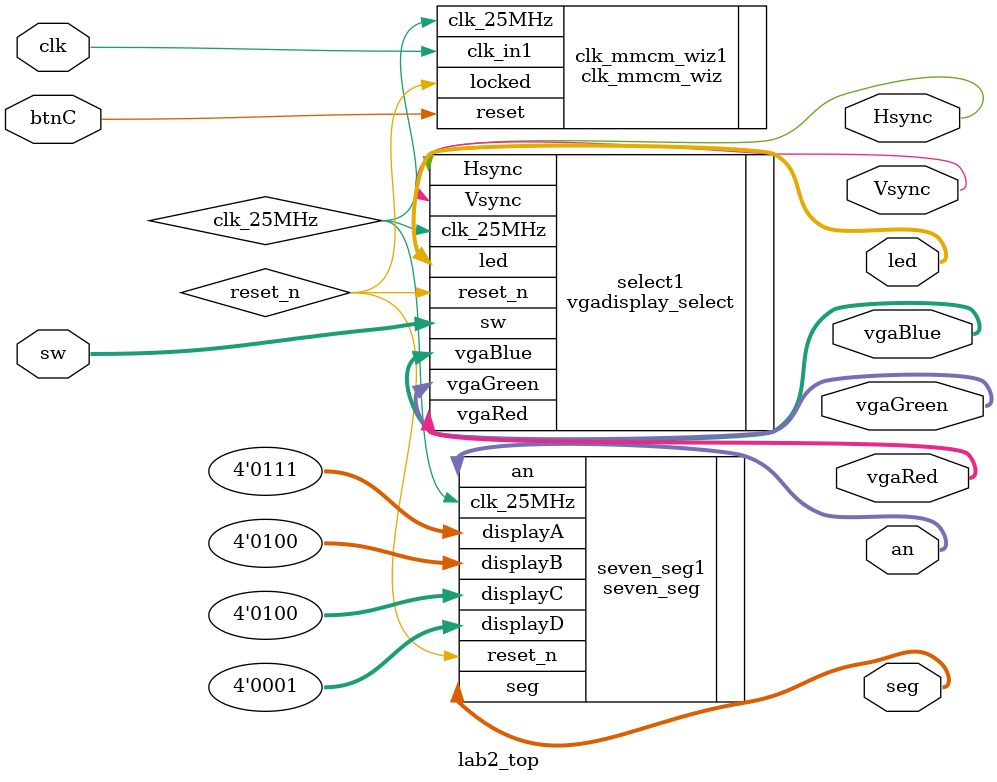
<source format=v>
`timescale 1ns / 1ps


module lab2_top(
    input clk,  //100MHz clock
    input btnC, //center button for reset
    input [1:0] sw,
    output [3:0] an,
    output [6:0] seg,
    output [3:0] vgaRed,
    output [3:0] vgaGreen,
    output [3:0] vgaBlue,
    output Hsync,
    output Vsync,
    output [11:0] led
    );
    
    parameter SEVEN = 4'b0111;
    parameter FOUR = 4'b0100;
    parameter ONE = 4'b0001;
     
       
    wire clk_25MHz, reset_n;
    
     clk_mmcm_wiz clk_mmcm_wiz1
   (
    // Clock out ports
    .clk_25MHz(clk_25MHz),     // output clk_25MHz
    // Status and control signals
    .reset(btnC), // input reset
    .locked(reset_n),       // output locked
   // Clock in ports
    .clk_in1(clk));      // input btnC
    
     
     seven_seg seven_seg1
   (
    //info to be displayed on each 7 seg display
    .displayD(ONE),
    .displayC(FOUR),
    .displayB(FOUR),
    .displayA(SEVEN),
    //Clock and Control signals
    .clk_25MHz(clk_25MHz),
    .reset_n(reset_n),
    //LED outputs
    .an(an),
    .seg(seg));
    
    vgadisplay_select select1
   (
    //Clock and Control signals
    .sw(sw),
    .clk_25MHz(clk_25MHz),
    .reset_n(reset_n),
    //VGA Color Signals
    .vgaRed(vgaRed),
    .vgaBlue(vgaBlue),
    .vgaGreen(vgaGreen),
    //Sync Signals
    .Hsync(Hsync),
    .Vsync(Vsync),
    .led(led));
    
endmodule

</source>
